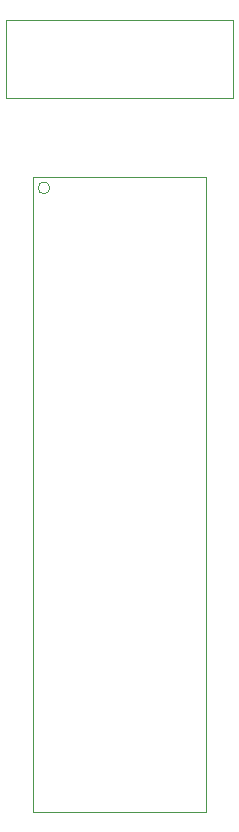
<source format=gbr>
From 9806e24649ec92d5f8eb3c8f41593382a5c6561d Mon Sep 17 00:00:00 2001
From: Nao Pross <naopross@thearcway.org>
Date: Thu, 22 Feb 2018 16:53:58 +0100
Subject: Finalize Steps Hardware

---
 .../GerberX2/Steps_Mechanical_13.gbr               | 31 ++++++++++++++++++++++
 1 file changed, 31 insertions(+)
 create mode 100644 hw/Project Outputs for Steps/GerberX2/Steps_Mechanical_13.gbr

(limited to 'hw/Project Outputs for Steps/GerberX2/Steps_Mechanical_13.gbr')

diff --git a/hw/Project Outputs for Steps/GerberX2/Steps_Mechanical_13.gbr b/hw/Project Outputs for Steps/GerberX2/Steps_Mechanical_13.gbr
new file mode 100644
index 0000000..08d5ccb
--- /dev/null
+++ b/hw/Project Outputs for Steps/GerberX2/Steps_Mechanical_13.gbr	
@@ -0,0 +1,31 @@
+G04 Layer_Color=16711935*
+%FSLAX42Y42*%
+%MOMM*%
+%TF.FileFunction,Other,Mechanical_13*%
+%TF.Part,Single*%
+G01*
+G75*
+%TA.AperFunction,NonConductor*%
+%ADD44C,0.10*%
+D44*
+X44241Y8310D02*
+G03*
+X44241Y8310I-50J0D01*
+G01*
+X44101Y3030D02*
+X45561D01*
+X44101Y8400D02*
+X45561D01*
+Y3030D02*
+Y8400D01*
+X44101Y3030D02*
+Y8400D01*
+X43872Y9068D02*
+X45790D01*
+Y9728D01*
+X43872D02*
+X45790D01*
+X43872Y9068D02*
+Y9728D01*
+%TF.MD5,072243b2a94a9a1cc5d1762598f8b9e9*%
+M02*
-- 
cgit v1.2.1


</source>
